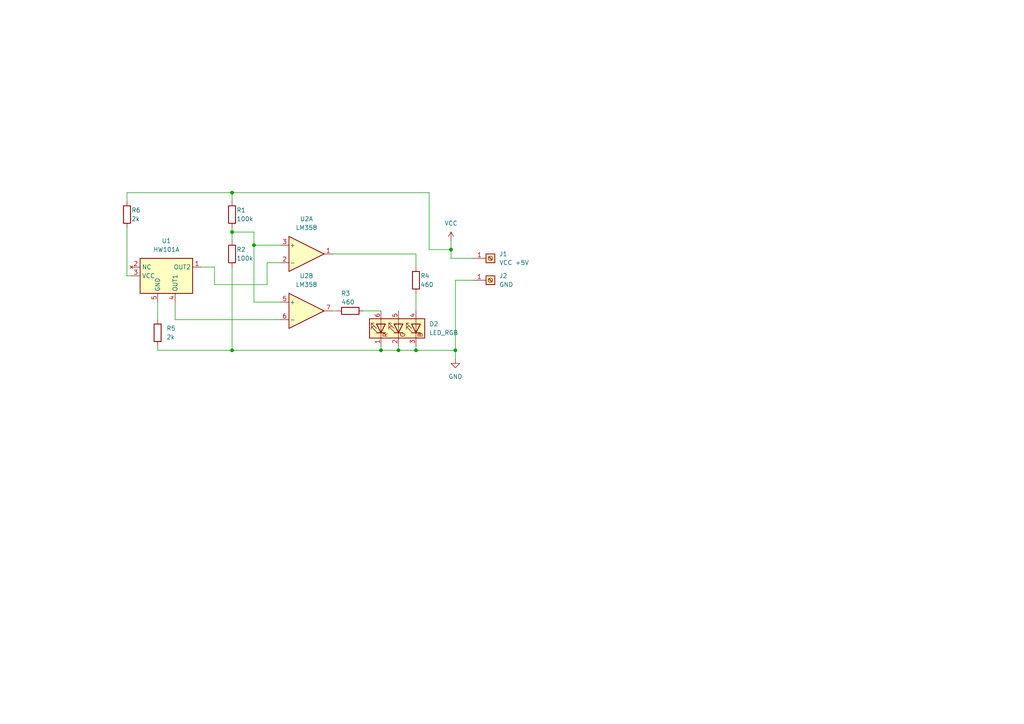
<source format=kicad_sch>
(kicad_sch (version 20230121) (generator eeschema)
  (paper "A4")
  (lib_symbols
    (symbol "Amplifier_Operational:LM358" (pin_names (offset 0.127))
      (property "Reference" "U" (at 0 5.08 0))
      (property "Value" "LM358" (at 0 -5.08 0))
      (symbol "LM358_1_1"
        (polyline (pts (xy -5.08 5.08) (xy 5.08 0) (xy -5.08 -5.08) (xy -5.08 5.08)) (stroke (width 0.254)) (fill (type background)))
        (pin output line (at 7.62 0 180) (length 2.54) (name "~") (number "1"))
        (pin input line (at -7.62 -2.54 0) (length 2.54) (name "-") (number "2"))
        (pin input line (at -7.62 2.54 0) (length 2.54) (name "+") (number "3"))
      )
      (symbol "LM358_2_1"
        (polyline (pts (xy -5.08 5.08) (xy 5.08 0) (xy -5.08 -5.08) (xy -5.08 5.08)) (stroke (width 0.254)) (fill (type background)))
        (pin input line (at -7.62 2.54 0) (length 2.54) (name "+") (number "5"))
        (pin input line (at -7.62 -2.54 0) (length 2.54) (name "-") (number "6"))
        (pin output line (at 7.62 0 180) (length 2.54) (name "~") (number "7"))
      )
      (symbol "LM358_3_1"
        (pin power_in line (at -2.54 -7.62 90) (length 3.81) (name "V-") (number "4"))
        (pin power_in line (at -2.54 7.62 270) (length 3.81) (name "V+") (number "8"))
      )
    )
    (symbol "Connector:Screw_Terminal_01x01" (pin_names (offset 1.016) hide)
      (property "Reference" "J" (at 0 2.54 0))
      (property "Value" "Screw_Terminal_01x01" (at 0 -2.54 0))
      (symbol "Screw_Terminal_01x01_1_1"
        (rectangle (start -1.27 1.27) (end 1.27 -1.27) (stroke (width 0.254)) (fill (type background)))
        (polyline (pts (xy -0.5334 0.3302) (xy 0.3302 -0.508)) (stroke (width 0.1524)))
        (polyline (pts (xy -0.3556 0.508) (xy 0.508 -0.3302)) (stroke (width 0.1524)))
        (circle (center 0 0) (radius 0.635) (stroke (width 0.1524)))
        (pin passive line (at -5.08 0 0) (length 3.81) (name "Pin_1") (number "1"))
      )
    )
    (symbol "Device:LED_RGB" (pin_names (offset 0) hide)
      (property "Reference" "D" (at 0 9.398 0))
      (property "Value" "LED_RGB" (at 0 -8.89 0))
      (symbol "LED_RGB_0_0"
        (text "B" (at -1.905 -6.35 0) (effects (font (size 1.27 1.27))))
        (text "G" (at -1.905 -1.27 0) (effects (font (size 1.27 1.27))))
        (text "R" (at -1.905 3.81 0) (effects (font (size 1.27 1.27))))
      )
      (symbol "LED_RGB_0_1"
        (polyline (pts (xy -1.27 -5.08) (xy -2.54 -5.08)))
        (polyline (pts (xy -1.27 -5.08) (xy 1.27 -5.08)))
        (polyline (pts (xy -1.27 -3.81) (xy -1.27 -6.35)) (stroke (width 0.254)))
        (polyline (pts (xy -1.27 0) (xy -2.54 0)))
        (polyline (pts (xy -1.27 1.27) (xy -1.27 -1.27)) (stroke (width 0.254)))
        (polyline (pts (xy -1.27 5.08) (xy -2.54 5.08)))
        (polyline (pts (xy -1.27 5.08) (xy 1.27 5.08)))
        (polyline (pts (xy -1.27 6.35) (xy -1.27 3.81)) (stroke (width 0.254)))
        (polyline (pts (xy 1.27 -5.08) (xy 2.54 -5.08)))
        (polyline (pts (xy 1.27 0) (xy -1.27 0)))
        (polyline (pts (xy 1.27 0) (xy 2.54 0)))
        (polyline (pts (xy 1.27 5.08) (xy 2.54 5.08)))
        (polyline (pts (xy -1.27 1.27) (xy -1.27 -1.27) (xy -1.27 -1.27)))
        (polyline (pts (xy -1.27 6.35) (xy -1.27 3.81) (xy -1.27 3.81)))
        (polyline (pts (xy 1.27 -3.81) (xy 1.27 -6.35) (xy -1.27 -5.08) (xy 1.27 -3.81)) (stroke (width 0.254)))
        (polyline (pts (xy 1.27 1.27) (xy 1.27 -1.27) (xy -1.27 0) (xy 1.27 1.27)) (stroke (width 0.254)))
        (polyline (pts (xy 1.27 6.35) (xy 1.27 3.81) (xy -1.27 5.08) (xy 1.27 6.35)) (stroke (width 0.254)))
        (polyline (pts (xy -1.016 -3.81) (xy 0.508 -2.286) (xy -0.254 -2.286) (xy 0.508 -2.286) (xy 0.508 -3.048)))
        (polyline (pts (xy -1.016 1.27) (xy 0.508 2.794) (xy -0.254 2.794) (xy 0.508 2.794) (xy 0.508 2.032)))
        (polyline (pts (xy -1.016 6.35) (xy 0.508 7.874) (xy -0.254 7.874) (xy 0.508 7.874) (xy 0.508 7.112)))
        (polyline (pts (xy 0 -3.81) (xy 1.524 -2.286) (xy 0.762 -2.286) (xy 1.524 -2.286) (xy 1.524 -3.048)))
        (polyline (pts (xy 0 1.27) (xy 1.524 2.794) (xy 0.762 2.794) (xy 1.524 2.794) (xy 1.524 2.032)))
        (polyline (pts (xy 0 6.35) (xy 1.524 7.874) (xy 0.762 7.874) (xy 1.524 7.874) (xy 1.524 7.112)))
        (rectangle (start 1.27 -1.27) (end 1.27 1.27))
        (rectangle (start 1.27 1.27) (end 1.27 1.27))
        (rectangle (start 1.27 3.81) (end 1.27 6.35))
        (rectangle (start 1.27 6.35) (end 1.27 6.35))
        (rectangle (start 2.794 8.382) (end -2.794 -7.62) (stroke (width 0.254)) (fill (type background)))
      )
      (symbol "LED_RGB_1_1"
        (pin passive line (at -5.08 5.08 0) (length 2.54) (name "RK") (number "1"))
        (pin passive line (at -5.08 0 0) (length 2.54) (name "GK") (number "2"))
        (pin passive line (at -5.08 -5.08 0) (length 2.54) (name "BK") (number "3"))
        (pin passive line (at 5.08 -5.08 180) (length 2.54) (name "BA") (number "4"))
        (pin passive line (at 5.08 0 180) (length 2.54) (name "GA") (number "5"))
        (pin passive line (at 5.08 5.08 180) (length 2.54) (name "RA") (number "6"))
      )
    )
    (symbol "Device:R" (pin_numbers hide) (pin_names (offset 0))
      (property "Reference" "R" (at 2.032 0 90))
      (property "Value" "R" (at 0 0 90))
      (symbol "R_0_1"
        (rectangle (start -1.016 -2.54) (end 1.016 2.54) (stroke (width 0.254)))
      )
      (symbol "R_1_1"
        (pin passive line (at 0 3.81 270) (length 1.27) (name "~") (number "1"))
        (pin passive line (at 0 -3.81 90) (length 1.27) (name "~") (number "2"))
      )
    )
    (symbol "Sensor_Magnetic:TMAG5110C4xxDBV"
      (property "Reference" "U1" (at -10.16 0 90))
      (property "Value" "TMAG5110C4xxDBV" (at -7.62 0 90))
      (symbol "TMAG5110C4xxDBV_0_1"
        (rectangle (start -5.08 7.62) (end 5.08 -7.62) (stroke (width 0.254)) (fill (type background)))
      )
      (symbol "TMAG5110C4xxDBV_1_0"
        (pin power_in line (at 0 -10.16 90) (length 2.54) (name "VCC") (number "3"))
        (pin power_in line (at 7.62 -2.54 180) (length 2.54) (name "GND") (number "5"))
      )
      (symbol "TMAG5110C4xxDBV_1_1"
        (pin output line (at -2.54 10.16 270) (length 2.54) (name "OUT2") (number "1"))
        (pin no_connect line (at -2.54 -10.16 90) (length 2.54) (name "NC") (number "2"))
        (pin output line (at 7.62 2.54 180) (length 2.54) (name "OUT1") (number "4"))
      )
    )
    (symbol "power:GND" (power) (pin_names (offset 0))
      (property "Value" "GND" (at 0 -3.81 0))
      (symbol "GND_0_1"
        (polyline (pts (xy 0 0) (xy 0 -1.27) (xy 1.27 -1.27) (xy 0 -2.54) (xy -1.27 -1.27) (xy 0 -1.27)))
      )
      (symbol "GND_1_1"
        (pin power_in line (at 0 0 270) (length 0) hide (name "GND") (number "1"))
      )
    )
    (symbol "power:VCC" (power) (pin_names (offset 0))
      (property "Value" "VCC" (at 0 3.81 0))
      (symbol "VCC_0_1"
        (polyline (pts (xy -0.762 1.27) (xy 0 2.54)))
        (polyline (pts (xy 0 0) (xy 0 2.54)))
        (polyline (pts (xy 0 2.54) (xy 0.762 1.27)))
      )
      (symbol "VCC_1_1"
        (pin power_in line (at 0 0 90) (length 0) hide (name "VCC") (number "1"))
      )
    )
  )
  (junction (at 73.66 71.12))
  (junction (at 67.31 101.6))
  (junction (at 110.49 101.6))
  (junction (at 130.81 72.39))
  (junction (at 132.08 101.6))
  (junction (at 115.57 101.6))
  (junction (at 120.65 101.6))
  (junction (at 67.31 55.88))
  (junction (at 67.31 67.31))
  (wire (pts (xy 67.31 101.6) (xy 110.49 101.6)))
  (wire (pts (xy 58.42 77.47) (xy 62.23 77.47)))
  (wire (pts (xy 120.65 100.33) (xy 120.65 101.6)))
  (wire (pts (xy 130.81 72.39) (xy 130.81 74.93)))
  (wire (pts (xy 45.72 87.63) (xy 45.72 92.71)))
  (wire (pts (xy 73.66 67.31) (xy 67.31 67.31)))
  (wire (pts (xy 120.65 85.09) (xy 120.65 90.17)))
  (wire (pts (xy 77.47 82.55) (xy 77.47 76.2)))
  (wire (pts (xy 132.08 101.6) (xy 132.08 81.28)))
  (wire (pts (xy 132.08 104.14) (xy 132.08 101.6)))
  (wire (pts (xy 73.66 71.12) (xy 81.28 71.12)))
  (wire (pts (xy 120.65 101.6) (xy 132.08 101.6)))
  (wire (pts (xy 124.46 55.88) (xy 124.46 72.39)))
  (wire (pts (xy 67.31 55.88) (xy 124.46 55.88)))
  (wire (pts (xy 130.81 69.85) (xy 130.81 72.39)))
  (wire (pts (xy 50.8 92.71) (xy 81.28 92.71)))
  (wire (pts (xy 36.83 55.88) (xy 67.31 55.88)))
  (wire (pts (xy 110.49 101.6) (xy 115.57 101.6)))
  (wire (pts (xy 67.31 66.04) (xy 67.31 67.31)))
  (wire (pts (xy 77.47 76.2) (xy 81.28 76.2)))
  (wire (pts (xy 81.28 87.63) (xy 73.66 87.63)))
  (wire (pts (xy 105.41 90.17) (xy 110.49 90.17)))
  (wire (pts (xy 97.79 90.17) (xy 96.52 90.17)))
  (wire (pts (xy 73.66 87.63) (xy 73.66 71.12)))
  (wire (pts (xy 50.8 87.63) (xy 50.8 92.71)))
  (wire (pts (xy 67.31 55.88) (xy 67.31 58.42)))
  (wire (pts (xy 124.46 72.39) (xy 130.81 72.39)))
  (wire (pts (xy 132.08 81.28) (xy 137.16 81.28)))
  (wire (pts (xy 115.57 101.6) (xy 120.65 101.6)))
  (wire (pts (xy 110.49 100.33) (xy 110.49 101.6)))
  (wire (pts (xy 45.72 101.6) (xy 67.31 101.6)))
  (wire (pts (xy 45.72 100.33) (xy 45.72 101.6)))
  (wire (pts (xy 130.81 74.93) (xy 137.16 74.93)))
  (wire (pts (xy 115.57 100.33) (xy 115.57 101.6)))
  (wire (pts (xy 36.83 80.01) (xy 36.83 66.04)))
  (wire (pts (xy 67.31 77.47) (xy 67.31 101.6)))
  (wire (pts (xy 96.52 73.66) (xy 120.65 73.66)))
  (wire (pts (xy 120.65 73.66) (xy 120.65 77.47)))
  (wire (pts (xy 38.1 80.01) (xy 36.83 80.01)))
  (wire (pts (xy 73.66 71.12) (xy 73.66 67.31)))
  (wire (pts (xy 62.23 82.55) (xy 77.47 82.55)))
  (wire (pts (xy 67.31 67.31) (xy 67.31 69.85)))
  (wire (pts (xy 36.83 58.42) (xy 36.83 55.88)))
  (wire (pts (xy 62.23 77.47) (xy 62.23 82.55)))
  (symbol (lib_id "Device:LED_RGB") (at 115.57 95.25 90) (unit 1)
    (property "Reference" "D2" (at 124.46 93.98 90) (effects (justify right)))
    (property "Value" "LED_RGB" (at 124.46 96.52 90) (effects (justify right)))
    (property "Footprint" "LED_SMD:LED_RGB_5050-6" (effects hide))
  )
  (symbol (lib_id "Amplifier_Operational:LM358") (at 88.9 73.66 0) (unit 1)
    (property "Reference" "U2" (at 88.9 63.5 0))
    (property "Value" "LM358" (at 88.9 66.04 0))
    (property "Footprint" "Package_SO:SO-8_5.3x6.2mm_P1.27mm" (effects hide))
    (property "Datasheet" "http://www.ti.com/lit/ds/symlink/lm2904-n.pdf" (effects hide))
  )
  (symbol (lib_id "Device:R") (at 67.31 73.66 0) (unit 1)
    (property "Reference" "R2" (at 68.58 72.39 0) (effects (justify left)))
    (property "Value" "100k" (at 68.58 74.93 0) (effects (justify left)))
    (property "Footprint" "Resistor_SMD:R_0805_2012Metric" (effects hide))
  )
  (symbol (lib_id "power:VCC") (at 130.81 69.85 0) (unit 1)
    (property "Reference" "#PWR01" (effects hide))
    (property "Value" "VCC" (at 130.81 64.77 0))
  )
  (symbol (lib_id "Device:R") (at 120.65 81.28 0) (unit 1)
    (property "Reference" "R4" (at 121.92 80.01 0) (effects (justify left)))
    (property "Value" "460" (at 121.92 82.55 0) (effects (justify left)))
    (property "Footprint" "Resistor_SMD:R_0805_2012Metric" (effects hide))
  )
  (symbol (lib_id "Connector:Screw_Terminal_01x01") (at 142.24 74.93 0) (unit 1)
    (property "Reference" "J1" (at 144.78 73.66 0) (effects (justify left)))
    (property "Value" "VCC +5V" (at 144.78 76.2 0) (effects (justify left)))
    (property "Footprint" "Connector_Pin:Pin_D1.3mm_L11.0mm" (effects hide))
  )
  (symbol (lib_id "Device:R") (at 101.6 90.17 90) (unit 1)
    (property "Reference" "R3" (at 101.6 85.09 90) (effects (justify left)))
    (property "Value" "460" (at 102.87 87.63 90) (effects (justify left)))
    (property "Footprint" "Resistor_SMD:R_0805_2012Metric" (effects hide))
  )
  (symbol (lib_id "Connector:Screw_Terminal_01x01") (at 142.24 81.28 0) (unit 1)
    (property "Reference" "J2" (at 144.78 80.01 0) (effects (justify left)))
    (property "Value" "GND" (at 144.78 82.55 0) (effects (justify left)))
    (property "Footprint" "Connector_Pin:Pin_D1.3mm_L11.0mm" (effects hide))
  )
  (symbol (lib_id "Amplifier_Operational:LM358") (at 88.9 90.17 0) (unit 2)
    (property "Reference" "U2" (at 88.9 80.01 0))
    (property "Value" "LM358" (at 88.9 82.55 0))
    (property "Footprint" "Package_SO:SO-8_5.3x6.2mm_P1.27mm" (effects hide))
    (property "Datasheet" "http://www.ti.com/lit/ds/symlink/lm2904-n.pdf" (effects hide))
  )
  (symbol (lib_id "Sensor_Magnetic:TMAG5110C4xxDBV") (at 48.26 80.01 270) (unit 1)
    (property "Reference" "U1" (at 48.26 69.85 90))
    (property "Value" "HW101A" (at 48.26 72.39 90))
    (property "Footprint" "Package_TO_SOT_SMD:SOT-23-5" (effects hide))
    (property "Datasheet" "https://www.ti.com/lit/ds/symlink/tmag5110.pdf" (effects hide))
  )
  (symbol (lib_id "Device:R") (at 45.72 96.52 0) (unit 1)
    (property "Reference" "R5" (at 48.26 95.25 0) (effects (justify left)))
    (property "Value" "2k" (at 48.26 97.79 0) (effects (justify left)))
    (property "Footprint" "Resistor_SMD:R_0805_2012Metric" (effects hide))
  )
  (symbol (lib_id "power:GND") (at 132.08 104.14 0) (unit 1)
    (property "Reference" "#PWR02" (effects hide))
    (property "Value" "GND" (at 132.08 109.22 0))
  )
  (symbol (lib_id "Device:R") (at 36.83 62.23 0) (unit 1)
    (property "Reference" "R6" (at 38.1 60.96 0) (effects (justify left)))
    (property "Value" "2k" (at 38.1 63.5 0) (effects (justify left)))
    (property "Footprint" "Resistor_SMD:R_0805_2012Metric" (effects hide))
  )
  (symbol (lib_id "Device:R") (at 67.31 62.23 0) (unit 1)
    (property "Reference" "R1" (at 68.58 60.96 0) (effects (justify left)))
    (property "Value" "100k" (at 68.58 63.5 0) (effects (justify left)))
    (property "Footprint" "Resistor_SMD:R_0805_2012Metric" (effects hide))
  )
)
</source>
